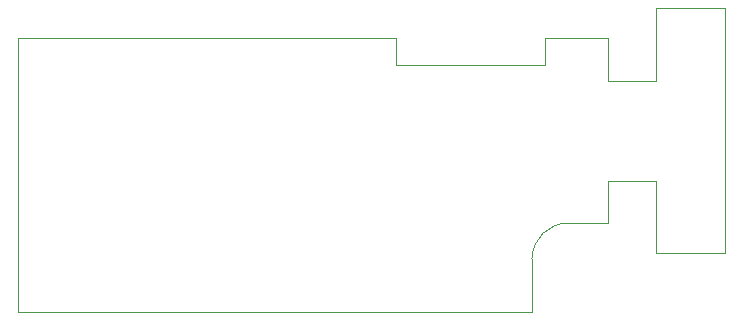
<source format=gm1>
G04 #@! TF.GenerationSoftware,KiCad,Pcbnew,(5.1.4)-1*
G04 #@! TF.CreationDate,2020-08-19T00:59:48+01:00*
G04 #@! TF.ProjectId,buffer,62756666-6572-42e6-9b69-6361645f7063,rev?*
G04 #@! TF.SameCoordinates,Original*
G04 #@! TF.FileFunction,Profile,NP*
%FSLAX46Y46*%
G04 Gerber Fmt 4.6, Leading zero omitted, Abs format (unit mm)*
G04 Created by KiCad (PCBNEW (5.1.4)-1) date 2020-08-19 00:59:48*
%MOMM*%
%LPD*%
G04 APERTURE LIST*
%ADD10C,0.100000*%
G04 APERTURE END LIST*
D10*
X87394600Y-46974760D02*
X87394600Y-49514760D01*
X87394600Y-28788360D02*
X87397140Y-31328360D01*
X86348120Y-49514760D02*
X87394600Y-49514760D01*
X86350660Y-28788360D02*
X87394600Y-28788360D01*
X81501800Y-31328360D02*
X81501800Y-28788360D01*
X81501800Y-46974760D02*
X81501800Y-49514760D01*
X81501800Y-28788360D02*
X86350660Y-28788360D01*
X81501800Y-49514760D02*
X86348120Y-49514760D01*
X87397140Y-31328360D02*
X87394600Y-46974760D01*
X81501800Y-43441620D02*
X81501800Y-46974760D01*
X81501800Y-34963100D02*
X81501800Y-31328360D01*
X81402000Y-43441620D02*
X81501800Y-43441620D01*
X81402000Y-34963100D02*
X81501800Y-34963100D01*
X77488600Y-43441620D02*
X81402000Y-43441620D01*
X77488600Y-34963100D02*
X81402000Y-34963100D01*
X77488600Y-43441620D02*
X77488600Y-46974760D01*
X77488600Y-31328360D02*
X77488600Y-34963100D01*
X74135799Y-46974760D02*
X77488600Y-46974760D01*
X71011181Y-50048160D02*
X71011600Y-54493160D01*
X72154600Y-31328360D02*
X77488600Y-31328360D01*
X27526800Y-54493160D02*
X71011600Y-54493160D01*
X72154600Y-33588960D02*
X72154600Y-31328360D01*
X71367200Y-33588960D02*
X72154600Y-33588960D01*
X71367200Y-33588960D02*
X59480000Y-33588960D01*
X59480000Y-33588960D02*
X59480000Y-32826960D01*
X59480000Y-31302960D02*
X59480000Y-32826960D01*
X27526800Y-31302960D02*
X59480000Y-31302960D01*
X27526800Y-31302960D02*
X27526800Y-54493160D01*
X71011181Y-50048160D02*
G75*
G02X74135799Y-46974760I3073819J1D01*
G01*
M02*

</source>
